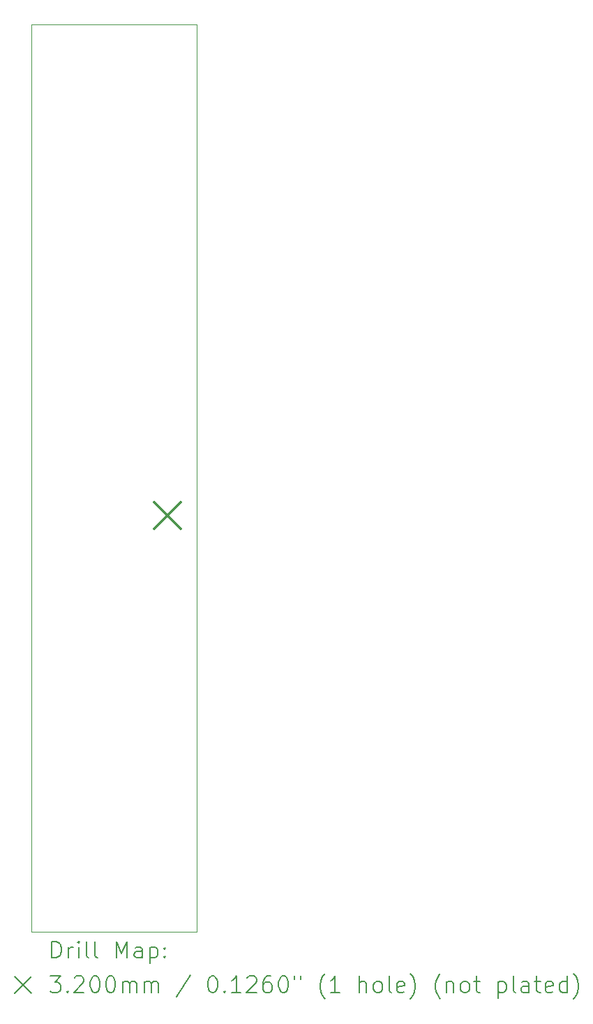
<source format=gbr>
%TF.GenerationSoftware,KiCad,Pcbnew,7.0.1.1-36-gbcf78dbe24-dirty-deb11*%
%TF.CreationDate,Date%
%TF.ProjectId,RP2040-VCO,52503230-3430-42d5-9643-4f2e6b696361,rev?*%
%TF.SameCoordinates,Original*%
%TF.FileFunction,Drillmap*%
%TF.FilePolarity,Positive*%
%FSLAX45Y45*%
G04 Gerber Fmt 4.5, Leading zero omitted, Abs format (unit mm)*
G04 Created by KiCad*
%MOMM*%
%LPD*%
G01*
G04 APERTURE LIST*
%ADD10C,0.050000*%
%ADD11C,0.200000*%
%ADD12C,0.320000*%
G04 APERTURE END LIST*
D10*
X7150000Y-3650000D02*
X7150000Y-14650000D01*
X5150000Y-3650000D02*
X5150000Y-14650000D01*
X5150000Y-14650000D02*
X7150000Y-14650000D01*
X5150000Y-3650000D02*
X7150000Y-3650000D01*
D11*
D12*
X6640000Y-9440000D02*
X6960000Y-9760000D01*
X6960000Y-9440000D02*
X6640000Y-9760000D01*
D11*
X5395119Y-14965024D02*
X5395119Y-14765024D01*
X5395119Y-14765024D02*
X5442738Y-14765024D01*
X5442738Y-14765024D02*
X5471310Y-14774548D01*
X5471310Y-14774548D02*
X5490357Y-14793595D01*
X5490357Y-14793595D02*
X5499881Y-14812643D01*
X5499881Y-14812643D02*
X5509405Y-14850738D01*
X5509405Y-14850738D02*
X5509405Y-14879309D01*
X5509405Y-14879309D02*
X5499881Y-14917405D01*
X5499881Y-14917405D02*
X5490357Y-14936452D01*
X5490357Y-14936452D02*
X5471310Y-14955500D01*
X5471310Y-14955500D02*
X5442738Y-14965024D01*
X5442738Y-14965024D02*
X5395119Y-14965024D01*
X5595119Y-14965024D02*
X5595119Y-14831690D01*
X5595119Y-14869786D02*
X5604643Y-14850738D01*
X5604643Y-14850738D02*
X5614167Y-14841214D01*
X5614167Y-14841214D02*
X5633214Y-14831690D01*
X5633214Y-14831690D02*
X5652262Y-14831690D01*
X5718928Y-14965024D02*
X5718928Y-14831690D01*
X5718928Y-14765024D02*
X5709405Y-14774548D01*
X5709405Y-14774548D02*
X5718928Y-14784071D01*
X5718928Y-14784071D02*
X5728452Y-14774548D01*
X5728452Y-14774548D02*
X5718928Y-14765024D01*
X5718928Y-14765024D02*
X5718928Y-14784071D01*
X5842738Y-14965024D02*
X5823690Y-14955500D01*
X5823690Y-14955500D02*
X5814167Y-14936452D01*
X5814167Y-14936452D02*
X5814167Y-14765024D01*
X5947500Y-14965024D02*
X5928452Y-14955500D01*
X5928452Y-14955500D02*
X5918928Y-14936452D01*
X5918928Y-14936452D02*
X5918928Y-14765024D01*
X6176071Y-14965024D02*
X6176071Y-14765024D01*
X6176071Y-14765024D02*
X6242738Y-14907881D01*
X6242738Y-14907881D02*
X6309405Y-14765024D01*
X6309405Y-14765024D02*
X6309405Y-14965024D01*
X6490357Y-14965024D02*
X6490357Y-14860262D01*
X6490357Y-14860262D02*
X6480833Y-14841214D01*
X6480833Y-14841214D02*
X6461786Y-14831690D01*
X6461786Y-14831690D02*
X6423690Y-14831690D01*
X6423690Y-14831690D02*
X6404643Y-14841214D01*
X6490357Y-14955500D02*
X6471309Y-14965024D01*
X6471309Y-14965024D02*
X6423690Y-14965024D01*
X6423690Y-14965024D02*
X6404643Y-14955500D01*
X6404643Y-14955500D02*
X6395119Y-14936452D01*
X6395119Y-14936452D02*
X6395119Y-14917405D01*
X6395119Y-14917405D02*
X6404643Y-14898357D01*
X6404643Y-14898357D02*
X6423690Y-14888833D01*
X6423690Y-14888833D02*
X6471309Y-14888833D01*
X6471309Y-14888833D02*
X6490357Y-14879309D01*
X6585595Y-14831690D02*
X6585595Y-15031690D01*
X6585595Y-14841214D02*
X6604643Y-14831690D01*
X6604643Y-14831690D02*
X6642738Y-14831690D01*
X6642738Y-14831690D02*
X6661786Y-14841214D01*
X6661786Y-14841214D02*
X6671309Y-14850738D01*
X6671309Y-14850738D02*
X6680833Y-14869786D01*
X6680833Y-14869786D02*
X6680833Y-14926928D01*
X6680833Y-14926928D02*
X6671309Y-14945976D01*
X6671309Y-14945976D02*
X6661786Y-14955500D01*
X6661786Y-14955500D02*
X6642738Y-14965024D01*
X6642738Y-14965024D02*
X6604643Y-14965024D01*
X6604643Y-14965024D02*
X6585595Y-14955500D01*
X6766548Y-14945976D02*
X6776071Y-14955500D01*
X6776071Y-14955500D02*
X6766548Y-14965024D01*
X6766548Y-14965024D02*
X6757024Y-14955500D01*
X6757024Y-14955500D02*
X6766548Y-14945976D01*
X6766548Y-14945976D02*
X6766548Y-14965024D01*
X6766548Y-14841214D02*
X6776071Y-14850738D01*
X6776071Y-14850738D02*
X6766548Y-14860262D01*
X6766548Y-14860262D02*
X6757024Y-14850738D01*
X6757024Y-14850738D02*
X6766548Y-14841214D01*
X6766548Y-14841214D02*
X6766548Y-14860262D01*
X4947500Y-15192500D02*
X5147500Y-15392500D01*
X5147500Y-15192500D02*
X4947500Y-15392500D01*
X5376071Y-15185024D02*
X5499881Y-15185024D01*
X5499881Y-15185024D02*
X5433214Y-15261214D01*
X5433214Y-15261214D02*
X5461786Y-15261214D01*
X5461786Y-15261214D02*
X5480833Y-15270738D01*
X5480833Y-15270738D02*
X5490357Y-15280262D01*
X5490357Y-15280262D02*
X5499881Y-15299309D01*
X5499881Y-15299309D02*
X5499881Y-15346928D01*
X5499881Y-15346928D02*
X5490357Y-15365976D01*
X5490357Y-15365976D02*
X5480833Y-15375500D01*
X5480833Y-15375500D02*
X5461786Y-15385024D01*
X5461786Y-15385024D02*
X5404643Y-15385024D01*
X5404643Y-15385024D02*
X5385595Y-15375500D01*
X5385595Y-15375500D02*
X5376071Y-15365976D01*
X5585595Y-15365976D02*
X5595119Y-15375500D01*
X5595119Y-15375500D02*
X5585595Y-15385024D01*
X5585595Y-15385024D02*
X5576071Y-15375500D01*
X5576071Y-15375500D02*
X5585595Y-15365976D01*
X5585595Y-15365976D02*
X5585595Y-15385024D01*
X5671309Y-15204071D02*
X5680833Y-15194548D01*
X5680833Y-15194548D02*
X5699881Y-15185024D01*
X5699881Y-15185024D02*
X5747500Y-15185024D01*
X5747500Y-15185024D02*
X5766548Y-15194548D01*
X5766548Y-15194548D02*
X5776071Y-15204071D01*
X5776071Y-15204071D02*
X5785595Y-15223119D01*
X5785595Y-15223119D02*
X5785595Y-15242167D01*
X5785595Y-15242167D02*
X5776071Y-15270738D01*
X5776071Y-15270738D02*
X5661786Y-15385024D01*
X5661786Y-15385024D02*
X5785595Y-15385024D01*
X5909405Y-15185024D02*
X5928452Y-15185024D01*
X5928452Y-15185024D02*
X5947500Y-15194548D01*
X5947500Y-15194548D02*
X5957024Y-15204071D01*
X5957024Y-15204071D02*
X5966548Y-15223119D01*
X5966548Y-15223119D02*
X5976071Y-15261214D01*
X5976071Y-15261214D02*
X5976071Y-15308833D01*
X5976071Y-15308833D02*
X5966548Y-15346928D01*
X5966548Y-15346928D02*
X5957024Y-15365976D01*
X5957024Y-15365976D02*
X5947500Y-15375500D01*
X5947500Y-15375500D02*
X5928452Y-15385024D01*
X5928452Y-15385024D02*
X5909405Y-15385024D01*
X5909405Y-15385024D02*
X5890357Y-15375500D01*
X5890357Y-15375500D02*
X5880833Y-15365976D01*
X5880833Y-15365976D02*
X5871309Y-15346928D01*
X5871309Y-15346928D02*
X5861786Y-15308833D01*
X5861786Y-15308833D02*
X5861786Y-15261214D01*
X5861786Y-15261214D02*
X5871309Y-15223119D01*
X5871309Y-15223119D02*
X5880833Y-15204071D01*
X5880833Y-15204071D02*
X5890357Y-15194548D01*
X5890357Y-15194548D02*
X5909405Y-15185024D01*
X6099881Y-15185024D02*
X6118929Y-15185024D01*
X6118929Y-15185024D02*
X6137976Y-15194548D01*
X6137976Y-15194548D02*
X6147500Y-15204071D01*
X6147500Y-15204071D02*
X6157024Y-15223119D01*
X6157024Y-15223119D02*
X6166548Y-15261214D01*
X6166548Y-15261214D02*
X6166548Y-15308833D01*
X6166548Y-15308833D02*
X6157024Y-15346928D01*
X6157024Y-15346928D02*
X6147500Y-15365976D01*
X6147500Y-15365976D02*
X6137976Y-15375500D01*
X6137976Y-15375500D02*
X6118929Y-15385024D01*
X6118929Y-15385024D02*
X6099881Y-15385024D01*
X6099881Y-15385024D02*
X6080833Y-15375500D01*
X6080833Y-15375500D02*
X6071309Y-15365976D01*
X6071309Y-15365976D02*
X6061786Y-15346928D01*
X6061786Y-15346928D02*
X6052262Y-15308833D01*
X6052262Y-15308833D02*
X6052262Y-15261214D01*
X6052262Y-15261214D02*
X6061786Y-15223119D01*
X6061786Y-15223119D02*
X6071309Y-15204071D01*
X6071309Y-15204071D02*
X6080833Y-15194548D01*
X6080833Y-15194548D02*
X6099881Y-15185024D01*
X6252262Y-15385024D02*
X6252262Y-15251690D01*
X6252262Y-15270738D02*
X6261786Y-15261214D01*
X6261786Y-15261214D02*
X6280833Y-15251690D01*
X6280833Y-15251690D02*
X6309405Y-15251690D01*
X6309405Y-15251690D02*
X6328452Y-15261214D01*
X6328452Y-15261214D02*
X6337976Y-15280262D01*
X6337976Y-15280262D02*
X6337976Y-15385024D01*
X6337976Y-15280262D02*
X6347500Y-15261214D01*
X6347500Y-15261214D02*
X6366548Y-15251690D01*
X6366548Y-15251690D02*
X6395119Y-15251690D01*
X6395119Y-15251690D02*
X6414167Y-15261214D01*
X6414167Y-15261214D02*
X6423690Y-15280262D01*
X6423690Y-15280262D02*
X6423690Y-15385024D01*
X6518929Y-15385024D02*
X6518929Y-15251690D01*
X6518929Y-15270738D02*
X6528452Y-15261214D01*
X6528452Y-15261214D02*
X6547500Y-15251690D01*
X6547500Y-15251690D02*
X6576071Y-15251690D01*
X6576071Y-15251690D02*
X6595119Y-15261214D01*
X6595119Y-15261214D02*
X6604643Y-15280262D01*
X6604643Y-15280262D02*
X6604643Y-15385024D01*
X6604643Y-15280262D02*
X6614167Y-15261214D01*
X6614167Y-15261214D02*
X6633214Y-15251690D01*
X6633214Y-15251690D02*
X6661786Y-15251690D01*
X6661786Y-15251690D02*
X6680833Y-15261214D01*
X6680833Y-15261214D02*
X6690357Y-15280262D01*
X6690357Y-15280262D02*
X6690357Y-15385024D01*
X7080833Y-15175500D02*
X6909405Y-15432643D01*
X7337976Y-15185024D02*
X7357024Y-15185024D01*
X7357024Y-15185024D02*
X7376072Y-15194548D01*
X7376072Y-15194548D02*
X7385595Y-15204071D01*
X7385595Y-15204071D02*
X7395119Y-15223119D01*
X7395119Y-15223119D02*
X7404643Y-15261214D01*
X7404643Y-15261214D02*
X7404643Y-15308833D01*
X7404643Y-15308833D02*
X7395119Y-15346928D01*
X7395119Y-15346928D02*
X7385595Y-15365976D01*
X7385595Y-15365976D02*
X7376072Y-15375500D01*
X7376072Y-15375500D02*
X7357024Y-15385024D01*
X7357024Y-15385024D02*
X7337976Y-15385024D01*
X7337976Y-15385024D02*
X7318929Y-15375500D01*
X7318929Y-15375500D02*
X7309405Y-15365976D01*
X7309405Y-15365976D02*
X7299881Y-15346928D01*
X7299881Y-15346928D02*
X7290357Y-15308833D01*
X7290357Y-15308833D02*
X7290357Y-15261214D01*
X7290357Y-15261214D02*
X7299881Y-15223119D01*
X7299881Y-15223119D02*
X7309405Y-15204071D01*
X7309405Y-15204071D02*
X7318929Y-15194548D01*
X7318929Y-15194548D02*
X7337976Y-15185024D01*
X7490357Y-15365976D02*
X7499881Y-15375500D01*
X7499881Y-15375500D02*
X7490357Y-15385024D01*
X7490357Y-15385024D02*
X7480833Y-15375500D01*
X7480833Y-15375500D02*
X7490357Y-15365976D01*
X7490357Y-15365976D02*
X7490357Y-15385024D01*
X7690357Y-15385024D02*
X7576072Y-15385024D01*
X7633214Y-15385024D02*
X7633214Y-15185024D01*
X7633214Y-15185024D02*
X7614167Y-15213595D01*
X7614167Y-15213595D02*
X7595119Y-15232643D01*
X7595119Y-15232643D02*
X7576072Y-15242167D01*
X7766548Y-15204071D02*
X7776072Y-15194548D01*
X7776072Y-15194548D02*
X7795119Y-15185024D01*
X7795119Y-15185024D02*
X7842738Y-15185024D01*
X7842738Y-15185024D02*
X7861786Y-15194548D01*
X7861786Y-15194548D02*
X7871310Y-15204071D01*
X7871310Y-15204071D02*
X7880833Y-15223119D01*
X7880833Y-15223119D02*
X7880833Y-15242167D01*
X7880833Y-15242167D02*
X7871310Y-15270738D01*
X7871310Y-15270738D02*
X7757024Y-15385024D01*
X7757024Y-15385024D02*
X7880833Y-15385024D01*
X8052262Y-15185024D02*
X8014167Y-15185024D01*
X8014167Y-15185024D02*
X7995119Y-15194548D01*
X7995119Y-15194548D02*
X7985595Y-15204071D01*
X7985595Y-15204071D02*
X7966548Y-15232643D01*
X7966548Y-15232643D02*
X7957024Y-15270738D01*
X7957024Y-15270738D02*
X7957024Y-15346928D01*
X7957024Y-15346928D02*
X7966548Y-15365976D01*
X7966548Y-15365976D02*
X7976072Y-15375500D01*
X7976072Y-15375500D02*
X7995119Y-15385024D01*
X7995119Y-15385024D02*
X8033214Y-15385024D01*
X8033214Y-15385024D02*
X8052262Y-15375500D01*
X8052262Y-15375500D02*
X8061786Y-15365976D01*
X8061786Y-15365976D02*
X8071310Y-15346928D01*
X8071310Y-15346928D02*
X8071310Y-15299309D01*
X8071310Y-15299309D02*
X8061786Y-15280262D01*
X8061786Y-15280262D02*
X8052262Y-15270738D01*
X8052262Y-15270738D02*
X8033214Y-15261214D01*
X8033214Y-15261214D02*
X7995119Y-15261214D01*
X7995119Y-15261214D02*
X7976072Y-15270738D01*
X7976072Y-15270738D02*
X7966548Y-15280262D01*
X7966548Y-15280262D02*
X7957024Y-15299309D01*
X8195119Y-15185024D02*
X8214167Y-15185024D01*
X8214167Y-15185024D02*
X8233214Y-15194548D01*
X8233214Y-15194548D02*
X8242738Y-15204071D01*
X8242738Y-15204071D02*
X8252262Y-15223119D01*
X8252262Y-15223119D02*
X8261786Y-15261214D01*
X8261786Y-15261214D02*
X8261786Y-15308833D01*
X8261786Y-15308833D02*
X8252262Y-15346928D01*
X8252262Y-15346928D02*
X8242738Y-15365976D01*
X8242738Y-15365976D02*
X8233214Y-15375500D01*
X8233214Y-15375500D02*
X8214167Y-15385024D01*
X8214167Y-15385024D02*
X8195119Y-15385024D01*
X8195119Y-15385024D02*
X8176072Y-15375500D01*
X8176072Y-15375500D02*
X8166548Y-15365976D01*
X8166548Y-15365976D02*
X8157024Y-15346928D01*
X8157024Y-15346928D02*
X8147500Y-15308833D01*
X8147500Y-15308833D02*
X8147500Y-15261214D01*
X8147500Y-15261214D02*
X8157024Y-15223119D01*
X8157024Y-15223119D02*
X8166548Y-15204071D01*
X8166548Y-15204071D02*
X8176072Y-15194548D01*
X8176072Y-15194548D02*
X8195119Y-15185024D01*
X8337976Y-15185024D02*
X8337976Y-15223119D01*
X8414167Y-15185024D02*
X8414167Y-15223119D01*
X8709405Y-15461214D02*
X8699881Y-15451690D01*
X8699881Y-15451690D02*
X8680834Y-15423119D01*
X8680834Y-15423119D02*
X8671310Y-15404071D01*
X8671310Y-15404071D02*
X8661786Y-15375500D01*
X8661786Y-15375500D02*
X8652262Y-15327881D01*
X8652262Y-15327881D02*
X8652262Y-15289786D01*
X8652262Y-15289786D02*
X8661786Y-15242167D01*
X8661786Y-15242167D02*
X8671310Y-15213595D01*
X8671310Y-15213595D02*
X8680834Y-15194548D01*
X8680834Y-15194548D02*
X8699881Y-15165976D01*
X8699881Y-15165976D02*
X8709405Y-15156452D01*
X8890357Y-15385024D02*
X8776072Y-15385024D01*
X8833215Y-15385024D02*
X8833215Y-15185024D01*
X8833215Y-15185024D02*
X8814167Y-15213595D01*
X8814167Y-15213595D02*
X8795119Y-15232643D01*
X8795119Y-15232643D02*
X8776072Y-15242167D01*
X9128453Y-15385024D02*
X9128453Y-15185024D01*
X9214167Y-15385024D02*
X9214167Y-15280262D01*
X9214167Y-15280262D02*
X9204643Y-15261214D01*
X9204643Y-15261214D02*
X9185596Y-15251690D01*
X9185596Y-15251690D02*
X9157024Y-15251690D01*
X9157024Y-15251690D02*
X9137977Y-15261214D01*
X9137977Y-15261214D02*
X9128453Y-15270738D01*
X9337977Y-15385024D02*
X9318929Y-15375500D01*
X9318929Y-15375500D02*
X9309405Y-15365976D01*
X9309405Y-15365976D02*
X9299881Y-15346928D01*
X9299881Y-15346928D02*
X9299881Y-15289786D01*
X9299881Y-15289786D02*
X9309405Y-15270738D01*
X9309405Y-15270738D02*
X9318929Y-15261214D01*
X9318929Y-15261214D02*
X9337977Y-15251690D01*
X9337977Y-15251690D02*
X9366548Y-15251690D01*
X9366548Y-15251690D02*
X9385596Y-15261214D01*
X9385596Y-15261214D02*
X9395119Y-15270738D01*
X9395119Y-15270738D02*
X9404643Y-15289786D01*
X9404643Y-15289786D02*
X9404643Y-15346928D01*
X9404643Y-15346928D02*
X9395119Y-15365976D01*
X9395119Y-15365976D02*
X9385596Y-15375500D01*
X9385596Y-15375500D02*
X9366548Y-15385024D01*
X9366548Y-15385024D02*
X9337977Y-15385024D01*
X9518929Y-15385024D02*
X9499881Y-15375500D01*
X9499881Y-15375500D02*
X9490358Y-15356452D01*
X9490358Y-15356452D02*
X9490358Y-15185024D01*
X9671310Y-15375500D02*
X9652262Y-15385024D01*
X9652262Y-15385024D02*
X9614167Y-15385024D01*
X9614167Y-15385024D02*
X9595119Y-15375500D01*
X9595119Y-15375500D02*
X9585596Y-15356452D01*
X9585596Y-15356452D02*
X9585596Y-15280262D01*
X9585596Y-15280262D02*
X9595119Y-15261214D01*
X9595119Y-15261214D02*
X9614167Y-15251690D01*
X9614167Y-15251690D02*
X9652262Y-15251690D01*
X9652262Y-15251690D02*
X9671310Y-15261214D01*
X9671310Y-15261214D02*
X9680834Y-15280262D01*
X9680834Y-15280262D02*
X9680834Y-15299309D01*
X9680834Y-15299309D02*
X9585596Y-15318357D01*
X9747500Y-15461214D02*
X9757024Y-15451690D01*
X9757024Y-15451690D02*
X9776072Y-15423119D01*
X9776072Y-15423119D02*
X9785596Y-15404071D01*
X9785596Y-15404071D02*
X9795119Y-15375500D01*
X9795119Y-15375500D02*
X9804643Y-15327881D01*
X9804643Y-15327881D02*
X9804643Y-15289786D01*
X9804643Y-15289786D02*
X9795119Y-15242167D01*
X9795119Y-15242167D02*
X9785596Y-15213595D01*
X9785596Y-15213595D02*
X9776072Y-15194548D01*
X9776072Y-15194548D02*
X9757024Y-15165976D01*
X9757024Y-15165976D02*
X9747500Y-15156452D01*
X10109405Y-15461214D02*
X10099881Y-15451690D01*
X10099881Y-15451690D02*
X10080834Y-15423119D01*
X10080834Y-15423119D02*
X10071310Y-15404071D01*
X10071310Y-15404071D02*
X10061786Y-15375500D01*
X10061786Y-15375500D02*
X10052262Y-15327881D01*
X10052262Y-15327881D02*
X10052262Y-15289786D01*
X10052262Y-15289786D02*
X10061786Y-15242167D01*
X10061786Y-15242167D02*
X10071310Y-15213595D01*
X10071310Y-15213595D02*
X10080834Y-15194548D01*
X10080834Y-15194548D02*
X10099881Y-15165976D01*
X10099881Y-15165976D02*
X10109405Y-15156452D01*
X10185596Y-15251690D02*
X10185596Y-15385024D01*
X10185596Y-15270738D02*
X10195119Y-15261214D01*
X10195119Y-15261214D02*
X10214167Y-15251690D01*
X10214167Y-15251690D02*
X10242739Y-15251690D01*
X10242739Y-15251690D02*
X10261786Y-15261214D01*
X10261786Y-15261214D02*
X10271310Y-15280262D01*
X10271310Y-15280262D02*
X10271310Y-15385024D01*
X10395119Y-15385024D02*
X10376072Y-15375500D01*
X10376072Y-15375500D02*
X10366548Y-15365976D01*
X10366548Y-15365976D02*
X10357024Y-15346928D01*
X10357024Y-15346928D02*
X10357024Y-15289786D01*
X10357024Y-15289786D02*
X10366548Y-15270738D01*
X10366548Y-15270738D02*
X10376072Y-15261214D01*
X10376072Y-15261214D02*
X10395119Y-15251690D01*
X10395119Y-15251690D02*
X10423691Y-15251690D01*
X10423691Y-15251690D02*
X10442739Y-15261214D01*
X10442739Y-15261214D02*
X10452262Y-15270738D01*
X10452262Y-15270738D02*
X10461786Y-15289786D01*
X10461786Y-15289786D02*
X10461786Y-15346928D01*
X10461786Y-15346928D02*
X10452262Y-15365976D01*
X10452262Y-15365976D02*
X10442739Y-15375500D01*
X10442739Y-15375500D02*
X10423691Y-15385024D01*
X10423691Y-15385024D02*
X10395119Y-15385024D01*
X10518929Y-15251690D02*
X10595119Y-15251690D01*
X10547500Y-15185024D02*
X10547500Y-15356452D01*
X10547500Y-15356452D02*
X10557024Y-15375500D01*
X10557024Y-15375500D02*
X10576072Y-15385024D01*
X10576072Y-15385024D02*
X10595119Y-15385024D01*
X10814167Y-15251690D02*
X10814167Y-15451690D01*
X10814167Y-15261214D02*
X10833215Y-15251690D01*
X10833215Y-15251690D02*
X10871310Y-15251690D01*
X10871310Y-15251690D02*
X10890358Y-15261214D01*
X10890358Y-15261214D02*
X10899881Y-15270738D01*
X10899881Y-15270738D02*
X10909405Y-15289786D01*
X10909405Y-15289786D02*
X10909405Y-15346928D01*
X10909405Y-15346928D02*
X10899881Y-15365976D01*
X10899881Y-15365976D02*
X10890358Y-15375500D01*
X10890358Y-15375500D02*
X10871310Y-15385024D01*
X10871310Y-15385024D02*
X10833215Y-15385024D01*
X10833215Y-15385024D02*
X10814167Y-15375500D01*
X11023691Y-15385024D02*
X11004643Y-15375500D01*
X11004643Y-15375500D02*
X10995120Y-15356452D01*
X10995120Y-15356452D02*
X10995120Y-15185024D01*
X11185596Y-15385024D02*
X11185596Y-15280262D01*
X11185596Y-15280262D02*
X11176072Y-15261214D01*
X11176072Y-15261214D02*
X11157024Y-15251690D01*
X11157024Y-15251690D02*
X11118929Y-15251690D01*
X11118929Y-15251690D02*
X11099881Y-15261214D01*
X11185596Y-15375500D02*
X11166548Y-15385024D01*
X11166548Y-15385024D02*
X11118929Y-15385024D01*
X11118929Y-15385024D02*
X11099881Y-15375500D01*
X11099881Y-15375500D02*
X11090358Y-15356452D01*
X11090358Y-15356452D02*
X11090358Y-15337405D01*
X11090358Y-15337405D02*
X11099881Y-15318357D01*
X11099881Y-15318357D02*
X11118929Y-15308833D01*
X11118929Y-15308833D02*
X11166548Y-15308833D01*
X11166548Y-15308833D02*
X11185596Y-15299309D01*
X11252262Y-15251690D02*
X11328453Y-15251690D01*
X11280834Y-15185024D02*
X11280834Y-15356452D01*
X11280834Y-15356452D02*
X11290358Y-15375500D01*
X11290358Y-15375500D02*
X11309405Y-15385024D01*
X11309405Y-15385024D02*
X11328453Y-15385024D01*
X11471310Y-15375500D02*
X11452262Y-15385024D01*
X11452262Y-15385024D02*
X11414167Y-15385024D01*
X11414167Y-15385024D02*
X11395119Y-15375500D01*
X11395119Y-15375500D02*
X11385596Y-15356452D01*
X11385596Y-15356452D02*
X11385596Y-15280262D01*
X11385596Y-15280262D02*
X11395119Y-15261214D01*
X11395119Y-15261214D02*
X11414167Y-15251690D01*
X11414167Y-15251690D02*
X11452262Y-15251690D01*
X11452262Y-15251690D02*
X11471310Y-15261214D01*
X11471310Y-15261214D02*
X11480834Y-15280262D01*
X11480834Y-15280262D02*
X11480834Y-15299309D01*
X11480834Y-15299309D02*
X11385596Y-15318357D01*
X11652262Y-15385024D02*
X11652262Y-15185024D01*
X11652262Y-15375500D02*
X11633215Y-15385024D01*
X11633215Y-15385024D02*
X11595119Y-15385024D01*
X11595119Y-15385024D02*
X11576072Y-15375500D01*
X11576072Y-15375500D02*
X11566548Y-15365976D01*
X11566548Y-15365976D02*
X11557024Y-15346928D01*
X11557024Y-15346928D02*
X11557024Y-15289786D01*
X11557024Y-15289786D02*
X11566548Y-15270738D01*
X11566548Y-15270738D02*
X11576072Y-15261214D01*
X11576072Y-15261214D02*
X11595119Y-15251690D01*
X11595119Y-15251690D02*
X11633215Y-15251690D01*
X11633215Y-15251690D02*
X11652262Y-15261214D01*
X11728453Y-15461214D02*
X11737977Y-15451690D01*
X11737977Y-15451690D02*
X11757024Y-15423119D01*
X11757024Y-15423119D02*
X11766548Y-15404071D01*
X11766548Y-15404071D02*
X11776072Y-15375500D01*
X11776072Y-15375500D02*
X11785596Y-15327881D01*
X11785596Y-15327881D02*
X11785596Y-15289786D01*
X11785596Y-15289786D02*
X11776072Y-15242167D01*
X11776072Y-15242167D02*
X11766548Y-15213595D01*
X11766548Y-15213595D02*
X11757024Y-15194548D01*
X11757024Y-15194548D02*
X11737977Y-15165976D01*
X11737977Y-15165976D02*
X11728453Y-15156452D01*
M02*

</source>
